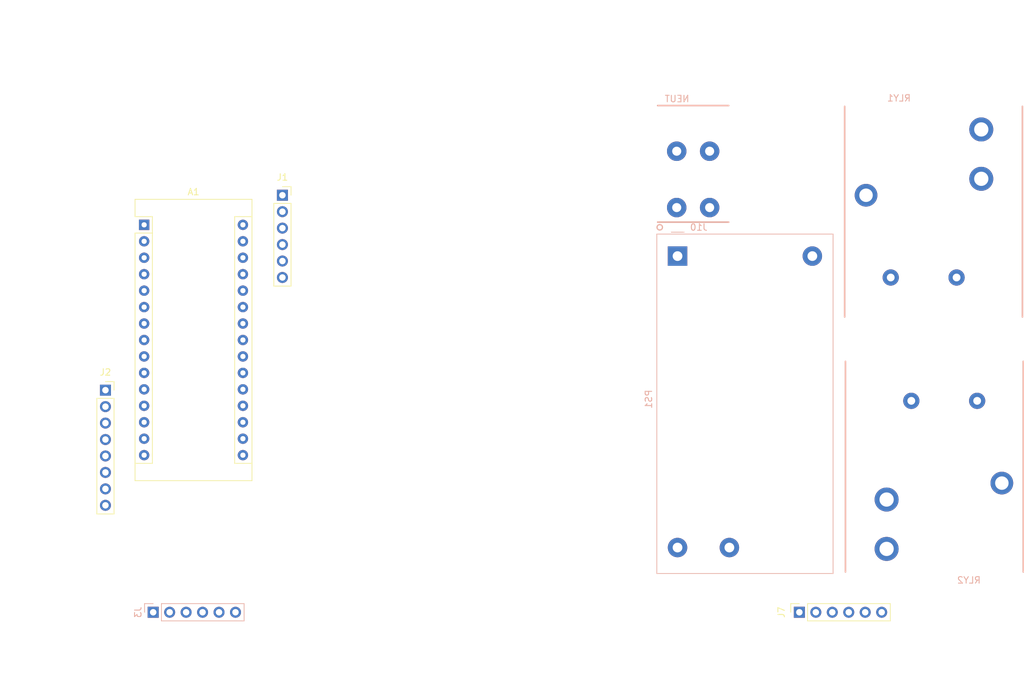
<source format=kicad_pcb>
(kicad_pcb (version 20171130) (host pcbnew "(5.1.5)-3")

  (general
    (thickness 1.6)
    (drawings 10)
    (tracks 0)
    (zones 0)
    (modules 9)
    (nets 47)
  )

  (page A4)
  (layers
    (0 F.Cu signal)
    (31 B.Cu signal)
    (32 B.Adhes user)
    (33 F.Adhes user)
    (34 B.Paste user)
    (35 F.Paste user)
    (36 B.SilkS user)
    (37 F.SilkS user)
    (38 B.Mask user)
    (39 F.Mask user)
    (40 Dwgs.User user)
    (41 Cmts.User user)
    (42 Eco1.User user)
    (43 Eco2.User user)
    (44 Edge.Cuts user)
    (45 Margin user)
    (46 B.CrtYd user)
    (47 F.CrtYd user)
    (48 B.Fab user)
    (49 F.Fab user)
  )

  (setup
    (last_trace_width 0.254)
    (trace_clearance 0.254)
    (zone_clearance 0.508)
    (zone_45_only no)
    (trace_min 0.1524)
    (via_size 0.762)
    (via_drill 0.381)
    (via_min_size 0.508)
    (via_min_drill 0.254)
    (uvia_size 0.762)
    (uvia_drill 0.381)
    (uvias_allowed no)
    (uvia_min_size 0.508)
    (uvia_min_drill 0.254)
    (edge_width 0.1)
    (segment_width 0.15)
    (pcb_text_width 0.3)
    (pcb_text_size 1.5 1.5)
    (mod_edge_width 0.15)
    (mod_text_size 1 1)
    (mod_text_width 0.15)
    (pad_size 1.524 1.524)
    (pad_drill 0.762)
    (pad_to_mask_clearance 0.0508)
    (solder_mask_min_width 0.101)
    (aux_axis_origin 0 0)
    (visible_elements 7FFFFFFF)
    (pcbplotparams
      (layerselection 0x010fc_ffffffff)
      (usegerberextensions false)
      (usegerberattributes false)
      (usegerberadvancedattributes false)
      (creategerberjobfile false)
      (excludeedgelayer true)
      (linewidth 0.100000)
      (plotframeref false)
      (viasonmask false)
      (mode 1)
      (useauxorigin false)
      (hpglpennumber 1)
      (hpglpenspeed 20)
      (hpglpendiameter 15.000000)
      (psnegative false)
      (psa4output false)
      (plotreference true)
      (plotvalue true)
      (plotinvisibletext false)
      (padsonsilk false)
      (subtractmaskfromsilk false)
      (outputformat 1)
      (mirror false)
      (drillshape 1)
      (scaleselection 1)
      (outputdirectory ""))
  )

  (net 0 "")
  (net 1 "Net-(A1-Pad1)")
  (net 2 +3V3)
  (net 3 "Net-(A1-Pad2)")
  (net 4 "Net-(A1-Pad18)")
  (net 5 "Net-(A1-Pad3)")
  (net 6 "Net-(A1-Pad19)")
  (net 7 GNDREF)
  (net 8 "Net-(A1-Pad20)")
  (net 9 /SCK)
  (net 10 "Net-(A1-Pad21)")
  (net 11 /MISO)
  (net 12 "Net-(A1-Pad22)")
  (net 13 /MOSI)
  (net 14 /SDA)
  (net 15 /SS)
  (net 16 /SCL)
  (net 17 "Net-(A1-Pad9)")
  (net 18 "Net-(A1-Pad25)")
  (net 19 "Net-(A1-Pad10)")
  (net 20 "Net-(A1-Pad26)")
  (net 21 "Net-(A1-Pad11)")
  (net 22 +5V)
  (net 23 "Net-(A1-Pad12)")
  (net 24 "Net-(A1-Pad28)")
  (net 25 "Net-(A1-Pad13)")
  (net 26 "Net-(A1-Pad14)")
  (net 27 /RelayPin)
  (net 28 "Net-(A1-Pad16)")
  (net 29 /32K)
  (net 30 /SQW)
  (net 31 /IRQ)
  (net 32 /RSTO)
  (net 33 "Net-(J3-Pad2)")
  (net 34 "Net-(J3-Pad3)")
  (net 35 "Net-(J3-Pad5)")
  (net 36 "Net-(J7-Pad5)")
  (net 37 "Net-(J7-Pad3)")
  (net 38 "Net-(J7-Pad2)")
  (net 39 "Net-(J10-Pad1)")
  (net 40 "Net-(J10-Pad2)")
  (net 41 "Net-(J6-Pad~)")
  (net 42 "Net-(J4-Pad~)")
  (net 43 "Net-(RLY1-Pad4)")
  (net 44 "Net-(RLY2-Pad4)")
  (net 45 "Net-(J8-Pad~)")
  (net 46 "Net-(J9-Pad~)")

  (net_class Default "This is the default net class."
    (clearance 0.254)
    (trace_width 0.254)
    (via_dia 0.762)
    (via_drill 0.381)
    (uvia_dia 0.762)
    (uvia_drill 0.381)
    (add_net +3V3)
    (add_net +5V)
    (add_net /32K)
    (add_net /IRQ)
    (add_net /MISO)
    (add_net /MOSI)
    (add_net /RSTO)
    (add_net /RelayPin)
    (add_net /SCK)
    (add_net /SCL)
    (add_net /SDA)
    (add_net /SQW)
    (add_net /SS)
    (add_net GNDREF)
    (add_net "Net-(A1-Pad1)")
    (add_net "Net-(A1-Pad10)")
    (add_net "Net-(A1-Pad11)")
    (add_net "Net-(A1-Pad12)")
    (add_net "Net-(A1-Pad13)")
    (add_net "Net-(A1-Pad14)")
    (add_net "Net-(A1-Pad16)")
    (add_net "Net-(A1-Pad18)")
    (add_net "Net-(A1-Pad19)")
    (add_net "Net-(A1-Pad2)")
    (add_net "Net-(A1-Pad20)")
    (add_net "Net-(A1-Pad21)")
    (add_net "Net-(A1-Pad22)")
    (add_net "Net-(A1-Pad25)")
    (add_net "Net-(A1-Pad26)")
    (add_net "Net-(A1-Pad28)")
    (add_net "Net-(A1-Pad3)")
    (add_net "Net-(A1-Pad9)")
    (add_net "Net-(J10-Pad1)")
    (add_net "Net-(J10-Pad2)")
    (add_net "Net-(J3-Pad2)")
    (add_net "Net-(J3-Pad3)")
    (add_net "Net-(J3-Pad5)")
    (add_net "Net-(J4-Pad~)")
    (add_net "Net-(J6-Pad~)")
    (add_net "Net-(J7-Pad2)")
    (add_net "Net-(J7-Pad3)")
    (add_net "Net-(J7-Pad5)")
    (add_net "Net-(J8-Pad~)")
    (add_net "Net-(J9-Pad~)")
    (add_net "Net-(RLY1-Pad4)")
    (add_net "Net-(RLY2-Pad4)")
  )

  (module Plug_Pass:TDPT_2P_5.08MM (layer B.Cu) (tedit 5E978719) (tstamp 5E97DC14)
    (at 156.845 83.566)
    (path /5E984D8C)
    (fp_text reference J10 (at 3.4036 3.048) (layer B.SilkS)
      (effects (font (size 1 1) (thickness 0.15)) (justify mirror))
    )
    (fp_text value TDPT-1017503 (at -4.0894 -7.6962 -90) (layer B.Fab)
      (effects (font (size 1 1) (thickness 0.15)) (justify mirror))
    )
    (fp_circle (center -2.6162 3.048) (end -2.2098 3.1496) (layer B.SilkS) (width 0.2))
    (fp_text user NEUT (at 0.0508 -16.7894) (layer B.SilkS)
      (effects (font (size 1 1) (thickness 0.15)) (justify mirror))
    )
    (fp_line (start -2.94 -15.75) (end 8.02 -15.75) (layer B.SilkS) (width 0.25))
    (fp_line (start -2.94 2.25) (end 8.02 2.25) (layer B.SilkS) (width 0.25))
    (fp_line (start -2.94 -15.75) (end 8.002 -15.75) (layer B.Fab) (width 0.12))
    (fp_line (start 8.02 2.25) (end 8.02 -15.75) (layer B.Fab) (width 0.12))
    (fp_line (start -2.94 2.25) (end 8.02 2.25) (layer B.Fab) (width 0.12))
    (fp_line (start -2.94 2.25) (end -2.94 -15.75) (layer B.Fab) (width 0.12))
    (pad 4 thru_hole circle (at 5.08 -8.7) (size 3 3) (drill 1.4) (layers *.Cu *.Mask))
    (pad 3 thru_hole circle (at 5.08 0) (size 3 3) (drill 1.4) (layers *.Cu *.Mask))
    (pad 2 thru_hole circle (at 0 -8.7) (size 3 3) (drill 1.4) (layers *.Cu *.Mask)
      (net 40 "Net-(J10-Pad2)"))
    (pad 1 thru_hole circle (at 0 0) (size 3 3) (drill 1.4) (layers *.Cu *.Mask)
      (net 39 "Net-(J10-Pad1)"))
  )

  (module Plug_Pass:Arduino_Nano_WithMountingHoles (layer F.Cu) (tedit 58ACAF99) (tstamp 5E97AAD2)
    (at 74.676 86.233)
    (descr "Arduino Nano, http://www.mouser.com/pdfdocs/Gravitech_Arduino_Nano3_0.pdf")
    (tags "Arduino Nano")
    (path /5E9A0BA3)
    (fp_text reference A1 (at 7.62 -5.08) (layer F.SilkS)
      (effects (font (size 1 1) (thickness 0.15)))
    )
    (fp_text value Arduino_Nano_v3.x (at 8.89 15.24 90) (layer F.Fab)
      (effects (font (size 1 1) (thickness 0.15)))
    )
    (fp_text user %R (at 6.35 16.51 90) (layer F.Fab)
      (effects (font (size 1 1) (thickness 0.15)))
    )
    (fp_line (start 1.27 1.27) (end 1.27 -1.27) (layer F.SilkS) (width 0.12))
    (fp_line (start 1.27 -1.27) (end -1.4 -1.27) (layer F.SilkS) (width 0.12))
    (fp_line (start -1.4 1.27) (end -1.4 39.5) (layer F.SilkS) (width 0.12))
    (fp_line (start -1.4 -3.94) (end -1.4 -1.27) (layer F.SilkS) (width 0.12))
    (fp_line (start 13.97 -1.27) (end 16.64 -1.27) (layer F.SilkS) (width 0.12))
    (fp_line (start 13.97 -1.27) (end 13.97 36.83) (layer F.SilkS) (width 0.12))
    (fp_line (start 13.97 36.83) (end 16.64 36.83) (layer F.SilkS) (width 0.12))
    (fp_line (start 1.27 1.27) (end -1.4 1.27) (layer F.SilkS) (width 0.12))
    (fp_line (start 1.27 1.27) (end 1.27 36.83) (layer F.SilkS) (width 0.12))
    (fp_line (start 1.27 36.83) (end -1.4 36.83) (layer F.SilkS) (width 0.12))
    (fp_line (start 3.81 31.75) (end 11.43 31.75) (layer F.Fab) (width 0.1))
    (fp_line (start 11.43 31.75) (end 11.43 41.91) (layer F.Fab) (width 0.1))
    (fp_line (start 11.43 41.91) (end 3.81 41.91) (layer F.Fab) (width 0.1))
    (fp_line (start 3.81 41.91) (end 3.81 31.75) (layer F.Fab) (width 0.1))
    (fp_line (start -1.4 39.5) (end 16.64 39.5) (layer F.SilkS) (width 0.12))
    (fp_line (start 16.64 39.5) (end 16.64 -3.94) (layer F.SilkS) (width 0.12))
    (fp_line (start 16.64 -3.94) (end -1.4 -3.94) (layer F.SilkS) (width 0.12))
    (fp_line (start 16.51 39.37) (end -1.27 39.37) (layer F.Fab) (width 0.1))
    (fp_line (start -1.27 39.37) (end -1.27 -2.54) (layer F.Fab) (width 0.1))
    (fp_line (start -1.27 -2.54) (end 0 -3.81) (layer F.Fab) (width 0.1))
    (fp_line (start 0 -3.81) (end 16.51 -3.81) (layer F.Fab) (width 0.1))
    (fp_line (start 16.51 -3.81) (end 16.51 39.37) (layer F.Fab) (width 0.1))
    (fp_line (start -1.53 -4.06) (end 16.75 -4.06) (layer F.CrtYd) (width 0.05))
    (fp_line (start -1.53 -4.06) (end -1.53 42.16) (layer F.CrtYd) (width 0.05))
    (fp_line (start 16.75 42.16) (end 16.75 -4.06) (layer F.CrtYd) (width 0.05))
    (fp_line (start 16.75 42.16) (end -1.53 42.16) (layer F.CrtYd) (width 0.05))
    (pad 1 thru_hole rect (at 0 0) (size 1.6 1.6) (drill 0.8) (layers *.Cu *.Mask)
      (net 1 "Net-(A1-Pad1)"))
    (pad 17 thru_hole oval (at 15.24 33.02) (size 1.6 1.6) (drill 0.8) (layers *.Cu *.Mask)
      (net 2 +3V3))
    (pad 2 thru_hole oval (at 0 2.54) (size 1.6 1.6) (drill 0.8) (layers *.Cu *.Mask)
      (net 3 "Net-(A1-Pad2)"))
    (pad 18 thru_hole oval (at 15.24 30.48) (size 1.6 1.6) (drill 0.8) (layers *.Cu *.Mask)
      (net 4 "Net-(A1-Pad18)"))
    (pad 3 thru_hole oval (at 0 5.08) (size 1.6 1.6) (drill 0.8) (layers *.Cu *.Mask)
      (net 5 "Net-(A1-Pad3)"))
    (pad 19 thru_hole oval (at 15.24 27.94) (size 1.6 1.6) (drill 0.8) (layers *.Cu *.Mask)
      (net 6 "Net-(A1-Pad19)"))
    (pad 4 thru_hole oval (at 0 7.62) (size 1.6 1.6) (drill 0.8) (layers *.Cu *.Mask)
      (net 7 GNDREF))
    (pad 20 thru_hole oval (at 15.24 25.4) (size 1.6 1.6) (drill 0.8) (layers *.Cu *.Mask)
      (net 8 "Net-(A1-Pad20)"))
    (pad 5 thru_hole oval (at 0 10.16) (size 1.6 1.6) (drill 0.8) (layers *.Cu *.Mask)
      (net 9 /SCK))
    (pad 21 thru_hole oval (at 15.24 22.86) (size 1.6 1.6) (drill 0.8) (layers *.Cu *.Mask)
      (net 10 "Net-(A1-Pad21)"))
    (pad 6 thru_hole oval (at 0 12.7) (size 1.6 1.6) (drill 0.8) (layers *.Cu *.Mask)
      (net 11 /MISO))
    (pad 22 thru_hole oval (at 15.24 20.32) (size 1.6 1.6) (drill 0.8) (layers *.Cu *.Mask)
      (net 12 "Net-(A1-Pad22)"))
    (pad 7 thru_hole oval (at 0 15.24) (size 1.6 1.6) (drill 0.8) (layers *.Cu *.Mask)
      (net 13 /MOSI))
    (pad 23 thru_hole oval (at 15.24 17.78) (size 1.6 1.6) (drill 0.8) (layers *.Cu *.Mask)
      (net 14 /SDA))
    (pad 8 thru_hole oval (at 0 17.78) (size 1.6 1.6) (drill 0.8) (layers *.Cu *.Mask)
      (net 15 /SS))
    (pad 24 thru_hole oval (at 15.24 15.24) (size 1.6 1.6) (drill 0.8) (layers *.Cu *.Mask)
      (net 16 /SCL))
    (pad 9 thru_hole oval (at 0 20.32) (size 1.6 1.6) (drill 0.8) (layers *.Cu *.Mask)
      (net 17 "Net-(A1-Pad9)"))
    (pad 25 thru_hole oval (at 15.24 12.7) (size 1.6 1.6) (drill 0.8) (layers *.Cu *.Mask)
      (net 18 "Net-(A1-Pad25)"))
    (pad 10 thru_hole oval (at 0 22.86) (size 1.6 1.6) (drill 0.8) (layers *.Cu *.Mask)
      (net 19 "Net-(A1-Pad10)"))
    (pad 26 thru_hole oval (at 15.24 10.16) (size 1.6 1.6) (drill 0.8) (layers *.Cu *.Mask)
      (net 20 "Net-(A1-Pad26)"))
    (pad 11 thru_hole oval (at 0 25.4) (size 1.6 1.6) (drill 0.8) (layers *.Cu *.Mask)
      (net 21 "Net-(A1-Pad11)"))
    (pad 27 thru_hole oval (at 15.24 7.62) (size 1.6 1.6) (drill 0.8) (layers *.Cu *.Mask)
      (net 22 +5V))
    (pad 12 thru_hole oval (at 0 27.94) (size 1.6 1.6) (drill 0.8) (layers *.Cu *.Mask)
      (net 23 "Net-(A1-Pad12)"))
    (pad 28 thru_hole oval (at 15.24 5.08) (size 1.6 1.6) (drill 0.8) (layers *.Cu *.Mask)
      (net 24 "Net-(A1-Pad28)"))
    (pad 13 thru_hole oval (at 0 30.48) (size 1.6 1.6) (drill 0.8) (layers *.Cu *.Mask)
      (net 25 "Net-(A1-Pad13)"))
    (pad 29 thru_hole oval (at 15.24 2.54) (size 1.6 1.6) (drill 0.8) (layers *.Cu *.Mask)
      (net 7 GNDREF))
    (pad 14 thru_hole oval (at 0 33.02) (size 1.6 1.6) (drill 0.8) (layers *.Cu *.Mask)
      (net 26 "Net-(A1-Pad14)"))
    (pad 30 thru_hole oval (at 15.24 0) (size 1.6 1.6) (drill 0.8) (layers *.Cu *.Mask)
      (net 22 +5V))
    (pad 15 thru_hole oval (at 0 35.56) (size 1.6 1.6) (drill 0.8) (layers *.Cu *.Mask)
      (net 27 /RelayPin))
    (pad 16 thru_hole oval (at 15.24 35.56) (size 1.6 1.6) (drill 0.8) (layers *.Cu *.Mask)
      (net 28 "Net-(A1-Pad16)"))
    (pad "" np_thru_hole circle (at 0 -2.54) (size 1.78 1.78) (drill 1.78) (layers *.Cu *.Mask))
    (pad "" np_thru_hole circle (at 15.24 -2.54) (size 1.78 1.78) (drill 1.78) (layers *.Cu *.Mask))
    (pad "" np_thru_hole circle (at 15.24 38.1) (size 1.78 1.78) (drill 1.78) (layers *.Cu *.Mask))
    (pad "" np_thru_hole circle (at 0 38.1) (size 1.78 1.78) (drill 1.78) (layers *.Cu *.Mask))
    (model ${KISYS3DMOD}/Module.3dshapes/Arduino_Nano_WithMountingHoles.wrl
      (at (xyz 0 0 0))
      (scale (xyz 1 1 1))
      (rotate (xyz 0 0 0))
    )
  )

  (module Plug_Pass:PinSocket_1x06_P2.54mm_Vertical (layer F.Cu) (tedit 5A19A430) (tstamp 5E97A74C)
    (at 96.012 81.661)
    (descr "Through hole straight socket strip, 1x06, 2.54mm pitch, single row (from Kicad 4.0.7), script generated")
    (tags "Through hole socket strip THT 1x06 2.54mm single row")
    (path /5E94C5A7)
    (fp_text reference J1 (at 0 -2.77) (layer F.SilkS)
      (effects (font (size 1 1) (thickness 0.15)))
    )
    (fp_text value Conn_01x06 (at 0 15.47) (layer F.Fab)
      (effects (font (size 1 1) (thickness 0.15)))
    )
    (fp_line (start -1.27 -1.27) (end 0.635 -1.27) (layer F.Fab) (width 0.1))
    (fp_line (start 0.635 -1.27) (end 1.27 -0.635) (layer F.Fab) (width 0.1))
    (fp_line (start 1.27 -0.635) (end 1.27 13.97) (layer F.Fab) (width 0.1))
    (fp_line (start 1.27 13.97) (end -1.27 13.97) (layer F.Fab) (width 0.1))
    (fp_line (start -1.27 13.97) (end -1.27 -1.27) (layer F.Fab) (width 0.1))
    (fp_line (start -1.33 1.27) (end 1.33 1.27) (layer F.SilkS) (width 0.12))
    (fp_line (start -1.33 1.27) (end -1.33 14.03) (layer F.SilkS) (width 0.12))
    (fp_line (start -1.33 14.03) (end 1.33 14.03) (layer F.SilkS) (width 0.12))
    (fp_line (start 1.33 1.27) (end 1.33 14.03) (layer F.SilkS) (width 0.12))
    (fp_line (start 1.33 -1.33) (end 1.33 0) (layer F.SilkS) (width 0.12))
    (fp_line (start 0 -1.33) (end 1.33 -1.33) (layer F.SilkS) (width 0.12))
    (fp_line (start -1.8 -1.8) (end 1.75 -1.8) (layer F.CrtYd) (width 0.05))
    (fp_line (start 1.75 -1.8) (end 1.75 14.45) (layer F.CrtYd) (width 0.05))
    (fp_line (start 1.75 14.45) (end -1.8 14.45) (layer F.CrtYd) (width 0.05))
    (fp_line (start -1.8 14.45) (end -1.8 -1.8) (layer F.CrtYd) (width 0.05))
    (fp_text user %R (at 0 6.35 90) (layer F.Fab)
      (effects (font (size 1 1) (thickness 0.15)))
    )
    (pad 1 thru_hole rect (at 0 0) (size 1.7 1.7) (drill 1) (layers *.Cu *.Mask)
      (net 29 /32K))
    (pad 2 thru_hole oval (at 0 2.54) (size 1.7 1.7) (drill 1) (layers *.Cu *.Mask)
      (net 30 /SQW))
    (pad 3 thru_hole oval (at 0 5.08) (size 1.7 1.7) (drill 1) (layers *.Cu *.Mask)
      (net 16 /SCL))
    (pad 4 thru_hole oval (at 0 7.62) (size 1.7 1.7) (drill 1) (layers *.Cu *.Mask)
      (net 14 /SDA))
    (pad 5 thru_hole oval (at 0 10.16) (size 1.7 1.7) (drill 1) (layers *.Cu *.Mask)
      (net 22 +5V))
    (pad 6 thru_hole oval (at 0 12.7) (size 1.7 1.7) (drill 1) (layers *.Cu *.Mask)
      (net 7 GNDREF))
    (model ${KISYS3DMOD}/Connector_PinSocket_2.54mm.3dshapes/PinSocket_1x06_P2.54mm_Vertical.wrl
      (at (xyz 0 0 0))
      (scale (xyz 1 1 1))
      (rotate (xyz 0 0 0))
    )
  )

  (module Plug_Pass:PinSocket_1x08_P2.54mm_Vertical (layer F.Cu) (tedit 5A19A420) (tstamp 5E97A768)
    (at 68.707 111.76)
    (descr "Through hole straight socket strip, 1x08, 2.54mm pitch, single row (from Kicad 4.0.7), script generated")
    (tags "Through hole socket strip THT 1x08 2.54mm single row")
    (path /5E971DCA)
    (fp_text reference J2 (at 0 -2.77) (layer F.SilkS)
      (effects (font (size 1 1) (thickness 0.15)))
    )
    (fp_text value Conn_01x08 (at 0 20.55) (layer F.Fab)
      (effects (font (size 1 1) (thickness 0.15)))
    )
    (fp_line (start -1.27 -1.27) (end 0.635 -1.27) (layer F.Fab) (width 0.1))
    (fp_line (start 0.635 -1.27) (end 1.27 -0.635) (layer F.Fab) (width 0.1))
    (fp_line (start 1.27 -0.635) (end 1.27 19.05) (layer F.Fab) (width 0.1))
    (fp_line (start 1.27 19.05) (end -1.27 19.05) (layer F.Fab) (width 0.1))
    (fp_line (start -1.27 19.05) (end -1.27 -1.27) (layer F.Fab) (width 0.1))
    (fp_line (start -1.33 1.27) (end 1.33 1.27) (layer F.SilkS) (width 0.12))
    (fp_line (start -1.33 1.27) (end -1.33 19.11) (layer F.SilkS) (width 0.12))
    (fp_line (start -1.33 19.11) (end 1.33 19.11) (layer F.SilkS) (width 0.12))
    (fp_line (start 1.33 1.27) (end 1.33 19.11) (layer F.SilkS) (width 0.12))
    (fp_line (start 1.33 -1.33) (end 1.33 0) (layer F.SilkS) (width 0.12))
    (fp_line (start 0 -1.33) (end 1.33 -1.33) (layer F.SilkS) (width 0.12))
    (fp_line (start -1.8 -1.8) (end 1.75 -1.8) (layer F.CrtYd) (width 0.05))
    (fp_line (start 1.75 -1.8) (end 1.75 19.55) (layer F.CrtYd) (width 0.05))
    (fp_line (start 1.75 19.55) (end -1.8 19.55) (layer F.CrtYd) (width 0.05))
    (fp_line (start -1.8 19.55) (end -1.8 -1.8) (layer F.CrtYd) (width 0.05))
    (fp_text user %R (at 0 8.89 90) (layer F.Fab)
      (effects (font (size 1 1) (thickness 0.15)))
    )
    (pad 1 thru_hole rect (at 0 0) (size 1.7 1.7) (drill 1) (layers *.Cu *.Mask)
      (net 9 /SCK))
    (pad 2 thru_hole oval (at 0 2.54) (size 1.7 1.7) (drill 1) (layers *.Cu *.Mask)
      (net 11 /MISO))
    (pad 3 thru_hole oval (at 0 5.08) (size 1.7 1.7) (drill 1) (layers *.Cu *.Mask)
      (net 13 /MOSI))
    (pad 4 thru_hole oval (at 0 7.62) (size 1.7 1.7) (drill 1) (layers *.Cu *.Mask)
      (net 15 /SS))
    (pad 5 thru_hole oval (at 0 10.16) (size 1.7 1.7) (drill 1) (layers *.Cu *.Mask)
      (net 22 +5V))
    (pad 6 thru_hole oval (at 0 12.7) (size 1.7 1.7) (drill 1) (layers *.Cu *.Mask)
      (net 7 GNDREF))
    (pad 7 thru_hole oval (at 0 15.24) (size 1.7 1.7) (drill 1) (layers *.Cu *.Mask)
      (net 31 /IRQ))
    (pad 8 thru_hole oval (at 0 17.78) (size 1.7 1.7) (drill 1) (layers *.Cu *.Mask)
      (net 32 /RSTO))
    (model ${KISYS3DMOD}/Connector_PinSocket_2.54mm.3dshapes/PinSocket_1x08_P2.54mm_Vertical.wrl
      (at (xyz 0 0 0))
      (scale (xyz 1 1 1))
      (rotate (xyz 0 0 0))
    )
  )

  (module Plug_Pass:PinHeader_1x06_P2.54mm_Vertical (layer B.Cu) (tedit 59FED5CC) (tstamp 5E97A782)
    (at 76.073 146.05 270)
    (descr "Through hole straight pin header, 1x06, 2.54mm pitch, single row")
    (tags "Through hole pin header THT 1x06 2.54mm single row")
    (path /5EB180BD)
    (fp_text reference J3 (at 0 2.33 270) (layer B.SilkS)
      (effects (font (size 1 1) (thickness 0.15)) (justify mirror))
    )
    (fp_text value Conn_01x06 (at 0 -15.03 270) (layer B.Fab)
      (effects (font (size 1 1) (thickness 0.15)) (justify mirror))
    )
    (fp_line (start -0.635 1.27) (end 1.27 1.27) (layer B.Fab) (width 0.1))
    (fp_line (start 1.27 1.27) (end 1.27 -13.97) (layer B.Fab) (width 0.1))
    (fp_line (start 1.27 -13.97) (end -1.27 -13.97) (layer B.Fab) (width 0.1))
    (fp_line (start -1.27 -13.97) (end -1.27 0.635) (layer B.Fab) (width 0.1))
    (fp_line (start -1.27 0.635) (end -0.635 1.27) (layer B.Fab) (width 0.1))
    (fp_line (start -1.33 -14.03) (end 1.33 -14.03) (layer B.SilkS) (width 0.12))
    (fp_line (start -1.33 -1.27) (end -1.33 -14.03) (layer B.SilkS) (width 0.12))
    (fp_line (start 1.33 -1.27) (end 1.33 -14.03) (layer B.SilkS) (width 0.12))
    (fp_line (start -1.33 -1.27) (end 1.33 -1.27) (layer B.SilkS) (width 0.12))
    (fp_line (start -1.33 0) (end -1.33 1.33) (layer B.SilkS) (width 0.12))
    (fp_line (start -1.33 1.33) (end 0 1.33) (layer B.SilkS) (width 0.12))
    (fp_line (start -1.8 1.8) (end -1.8 -14.5) (layer B.CrtYd) (width 0.05))
    (fp_line (start -1.8 -14.5) (end 1.8 -14.5) (layer B.CrtYd) (width 0.05))
    (fp_line (start 1.8 -14.5) (end 1.8 1.8) (layer B.CrtYd) (width 0.05))
    (fp_line (start 1.8 1.8) (end -1.8 1.8) (layer B.CrtYd) (width 0.05))
    (fp_text user %R (at 0 -6.35) (layer B.Fab)
      (effects (font (size 1 1) (thickness 0.15)) (justify mirror))
    )
    (pad 1 thru_hole rect (at 0 0 270) (size 1.7 1.7) (drill 1) (layers *.Cu *.Mask)
      (net 27 /RelayPin))
    (pad 2 thru_hole oval (at 0 -2.54 270) (size 1.7 1.7) (drill 1) (layers *.Cu *.Mask)
      (net 33 "Net-(J3-Pad2)"))
    (pad 3 thru_hole oval (at 0 -5.08 270) (size 1.7 1.7) (drill 1) (layers *.Cu *.Mask)
      (net 34 "Net-(J3-Pad3)"))
    (pad 4 thru_hole oval (at 0 -7.62 270) (size 1.7 1.7) (drill 1) (layers *.Cu *.Mask)
      (net 22 +5V))
    (pad 5 thru_hole oval (at 0 -10.16 270) (size 1.7 1.7) (drill 1) (layers *.Cu *.Mask)
      (net 35 "Net-(J3-Pad5)"))
    (pad 6 thru_hole oval (at 0 -12.7 270) (size 1.7 1.7) (drill 1) (layers *.Cu *.Mask)
      (net 7 GNDREF))
    (model ${KISYS3DMOD}/Connector_PinHeader_2.54mm.3dshapes/PinHeader_1x06_P2.54mm_Vertical.wrl
      (at (xyz 0 0 0))
      (scale (xyz 1 1 1))
      (rotate (xyz 0 0 0))
    )
  )

  (module Plug_Pass:PinSocket_1x06_P2.54mm_Vertical (layer F.Cu) (tedit 5A19A430) (tstamp 5E97A79C)
    (at 175.768 146.05 90)
    (descr "Through hole straight socket strip, 1x06, 2.54mm pitch, single row (from Kicad 4.0.7), script generated")
    (tags "Through hole socket strip THT 1x06 2.54mm single row")
    (path /5EA5F967)
    (fp_text reference J7 (at 0 -2.77 90) (layer F.SilkS)
      (effects (font (size 1 1) (thickness 0.15)))
    )
    (fp_text value Conn_01x06 (at 0 15.47 90) (layer F.Fab)
      (effects (font (size 1 1) (thickness 0.15)))
    )
    (fp_text user %R (at -2.286 6.35) (layer F.Fab)
      (effects (font (size 1 1) (thickness 0.15)))
    )
    (fp_line (start -1.8 14.45) (end -1.8 -1.8) (layer F.CrtYd) (width 0.05))
    (fp_line (start 1.75 14.45) (end -1.8 14.45) (layer F.CrtYd) (width 0.05))
    (fp_line (start 1.75 -1.8) (end 1.75 14.45) (layer F.CrtYd) (width 0.05))
    (fp_line (start -1.8 -1.8) (end 1.75 -1.8) (layer F.CrtYd) (width 0.05))
    (fp_line (start 0 -1.33) (end 1.33 -1.33) (layer F.SilkS) (width 0.12))
    (fp_line (start 1.33 -1.33) (end 1.33 0) (layer F.SilkS) (width 0.12))
    (fp_line (start 1.33 1.27) (end 1.33 14.03) (layer F.SilkS) (width 0.12))
    (fp_line (start -1.33 14.03) (end 1.33 14.03) (layer F.SilkS) (width 0.12))
    (fp_line (start -1.33 1.27) (end -1.33 14.03) (layer F.SilkS) (width 0.12))
    (fp_line (start -1.33 1.27) (end 1.33 1.27) (layer F.SilkS) (width 0.12))
    (fp_line (start -1.27 13.97) (end -1.27 -1.27) (layer F.Fab) (width 0.1))
    (fp_line (start 1.27 13.97) (end -1.27 13.97) (layer F.Fab) (width 0.1))
    (fp_line (start 1.27 -0.635) (end 1.27 13.97) (layer F.Fab) (width 0.1))
    (fp_line (start 0.635 -1.27) (end 1.27 -0.635) (layer F.Fab) (width 0.1))
    (fp_line (start -1.27 -1.27) (end 0.635 -1.27) (layer F.Fab) (width 0.1))
    (pad 6 thru_hole oval (at 0 12.7 90) (size 1.7 1.7) (drill 1) (layers *.Cu *.Mask)
      (net 7 GNDREF))
    (pad 5 thru_hole oval (at 0 10.16 90) (size 1.7 1.7) (drill 1) (layers *.Cu *.Mask)
      (net 36 "Net-(J7-Pad5)"))
    (pad 4 thru_hole oval (at 0 7.62 90) (size 1.7 1.7) (drill 1) (layers *.Cu *.Mask)
      (net 22 +5V))
    (pad 3 thru_hole oval (at 0 5.08 90) (size 1.7 1.7) (drill 1) (layers *.Cu *.Mask)
      (net 37 "Net-(J7-Pad3)"))
    (pad 2 thru_hole oval (at 0 2.54 90) (size 1.7 1.7) (drill 1) (layers *.Cu *.Mask)
      (net 38 "Net-(J7-Pad2)"))
    (pad 1 thru_hole rect (at 0 0 90) (size 1.7 1.7) (drill 1) (layers *.Cu *.Mask)
      (net 27 /RelayPin))
    (model ${KISYS3DMOD}/Connector_PinSocket_2.54mm.3dshapes/PinSocket_1x06_P2.54mm_Vertical.wrl
      (at (xyz 0 0 0))
      (scale (xyz 1 1 1))
      (rotate (xyz 0 0 0))
    )
  )

  (module Plug_Pass:Converter_ACDC_MeanWell_IRM-15-5_THT (layer B.Cu) (tedit 5E971B11) (tstamp 5E97A7C9)
    (at 156.972 91.059 270)
    (descr https://www.digikey.com/product-detail/en/mean-well-usa-inc/IRM-15-5/1866-3037-ND/7704662)
    (tags "ACDC-Converter 15W   Meanwell IRM-15")
    (path /5E90266B)
    (fp_text reference PS1 (at 22.098 4.445 270) (layer B.SilkS)
      (effects (font (size 1 1) (thickness 0.15)) (justify mirror))
    )
    (fp_text value IRM-15-5 (at 21 -26.67 270) (layer B.Fab)
      (effects (font (size 1 1) (thickness 0.15)) (justify mirror))
    )
    (fp_line (start -3.6952 0.9746) (end -3.6952 -1.0254) (layer B.SilkS) (width 0.12))
    (fp_line (start 49 3.2) (end 49 -24) (layer B.SilkS) (width 0.12))
    (fp_line (start -3.4 3.2) (end 49 3.2) (layer B.SilkS) (width 0.12))
    (fp_line (start -3.4 -24) (end 49 -24) (layer B.Fab) (width 0.1))
    (fp_line (start 49 3.2) (end -3.4 3.2) (layer B.Fab) (width 0.1))
    (fp_line (start -3.4 3.2) (end -3.4 -24) (layer B.CrtYd) (width 0.05))
    (fp_text user %R (at 22.42 -0.48 270) (layer B.Fab)
      (effects (font (size 1 1) (thickness 0.15)) (justify mirror))
    )
    (fp_line (start -3.4 3.2) (end -3.4 -24) (layer B.Fab) (width 0.1))
    (fp_line (start -3.4 -24) (end 49 -24) (layer B.SilkS) (width 0.12))
    (fp_line (start -3.4 3.2) (end -3.4 -24) (layer B.SilkS) (width 0.12))
    (fp_line (start 49 3.2) (end 49 -24) (layer B.Fab) (width 0.1))
    (fp_line (start -3.4 -24) (end 49 -24) (layer B.CrtYd) (width 0.05))
    (fp_line (start -3.4 3.2) (end 49 3.2) (layer B.CrtYd) (width 0.05))
    (fp_line (start 49 3.2) (end 49 -24) (layer B.CrtYd) (width 0.05))
    (fp_line (start -3.2952 0.9746) (end -2.2952 -0.0254) (layer B.Fab) (width 0.1))
    (fp_line (start -3.2952 -1.0254) (end -2.2952 -0.0254) (layer B.Fab) (width 0.1))
    (pad 3 thru_hole circle (at 45 -8 270) (size 3 3) (drill 1.5) (layers *.Cu *.Mask)
      (net 7 GNDREF))
    (pad 2 thru_hole circle (at 0 -20.8 270) (size 3 3) (drill 1.5) (layers *.Cu *.Mask)
      (net 46 "Net-(J9-Pad~)"))
    (pad 4 thru_hole circle (at 45 0 270) (size 3 3) (drill 1.5) (layers *.Cu *.Mask)
      (net 22 +5V))
    (pad 1 thru_hole rect (at 0 0 270) (size 3 3) (drill 1.5) (layers *.Cu *.Mask)
      (net 39 "Net-(J10-Pad1)"))
    (model ${KISYS3DMOD}/Converter_ACDC.3dshapes/Converter_ACDC_MeanWell-IRM-10-xx_THT.wrl
      (at (xyz 0 0 0))
      (scale (xyz 1 1 1))
      (rotate (xyz 0 0 0))
    )
  )

  (module Plug_Pass:RLY-T9AS5D22-5 (layer B.Cu) (tedit 5E964DA3) (tstamp 5E97A7D8)
    (at 182.88 139.827)
    (path /5E98DD8A)
    (fp_text reference RLY2 (at 19.05 1.27) (layer B.SilkS)
      (effects (font (size 1 1) (thickness 0.15)) (justify mirror))
    )
    (fp_text value T95S5D22-5 (at 19.05 -38.1) (layer B.Fab)
      (effects (font (size 1 1) (thickness 0.15)) (justify mirror))
    )
    (fp_line (start 27.43 0) (end 27.43 -32.51) (layer B.SilkS) (width 0.25))
    (fp_line (start 0 0) (end 0 -32.51) (layer B.SilkS) (width 0.25))
    (fp_line (start 0 -32.51) (end 27.43 -32.51) (layer B.Fab) (width 0.12))
    (fp_line (start 0 0) (end 27.43 0) (layer B.Fab) (width 0.12))
    (fp_line (start 27.43 0) (end 27.43 -32.51) (layer B.Fab) (width 0.12))
    (fp_line (start 0 0) (end 0 -32.51) (layer B.Fab) (width 0.12))
    (pad 5 thru_hole circle (at 20.32 -26.42) (size 2.5 2.5) (drill 1.2) (layers *.Cu *.Mask)
      (net 27 /RelayPin))
    (pad 2 thru_hole circle (at 10.16 -26.42) (size 2.5 2.5) (drill 1.2) (layers *.Cu *.Mask)
      (net 7 GNDREF))
    (pad 1 thru_hole circle (at 24.13 -13.72) (size 3.5 3.5) (drill 2.08) (layers *.Cu *.Mask)
      (net 41 "Net-(J6-Pad~)"))
    (pad 3 thru_hole circle (at 6.35 -11.18) (size 3.7 3.7) (drill 2.2) (layers *.Cu *.Mask)
      (net 42 "Net-(J4-Pad~)"))
    (pad 4 thru_hole circle (at 6.35 -3.56) (size 3.7 3.7) (drill 2.2) (layers *.Cu *.Mask)
      (net 44 "Net-(RLY2-Pad4)"))
  )

  (module Plug_Pass:RLY-T9AS5D22-5 (layer B.Cu) (tedit 5E964DA3) (tstamp 5E97DDE1)
    (at 210.185 67.945 180)
    (path /5E903161)
    (fp_text reference RLY1 (at 19.05 1.27) (layer B.SilkS)
      (effects (font (size 1 1) (thickness 0.15)) (justify mirror))
    )
    (fp_text value T95S5D22-5 (at 19.05 -38.1) (layer B.Fab)
      (effects (font (size 1 1) (thickness 0.15)) (justify mirror))
    )
    (fp_line (start 0 0) (end 0 -32.51) (layer B.Fab) (width 0.12))
    (fp_line (start 27.43 0) (end 27.43 -32.51) (layer B.Fab) (width 0.12))
    (fp_line (start 0 0) (end 27.43 0) (layer B.Fab) (width 0.12))
    (fp_line (start 0 -32.51) (end 27.43 -32.51) (layer B.Fab) (width 0.12))
    (fp_line (start 0 0) (end 0 -32.51) (layer B.SilkS) (width 0.25))
    (fp_line (start 27.43 0) (end 27.43 -32.51) (layer B.SilkS) (width 0.25))
    (pad 4 thru_hole circle (at 6.35 -3.56 180) (size 3.7 3.7) (drill 2.2) (layers *.Cu *.Mask)
      (net 43 "Net-(RLY1-Pad4)"))
    (pad 3 thru_hole circle (at 6.35 -11.18 180) (size 3.7 3.7) (drill 2.2) (layers *.Cu *.Mask)
      (net 45 "Net-(J8-Pad~)"))
    (pad 1 thru_hole circle (at 24.13 -13.72 180) (size 3.5 3.5) (drill 2.08) (layers *.Cu *.Mask)
      (net 46 "Net-(J9-Pad~)"))
    (pad 2 thru_hole circle (at 10.16 -26.42 180) (size 2.5 2.5) (drill 1.2) (layers *.Cu *.Mask)
      (net 7 GNDREF))
    (pad 5 thru_hole circle (at 20.32 -26.42 180) (size 2.5 2.5) (drill 1.2) (layers *.Cu *.Mask)
      (net 27 /RelayPin))
  )

  (dimension 15.875 (width 0.15) (layer Cmts.User)
    (gr_text "0.6250 in" (at 59.279 147.6375 90) (layer Cmts.User)
      (effects (font (size 1 1) (thickness 0.15)))
    )
    (feature1 (pts (xy 82.55 139.7) (xy 59.992579 139.7)))
    (feature2 (pts (xy 82.55 155.575) (xy 59.992579 155.575)))
    (crossbar (pts (xy 60.579 155.575) (xy 60.579 139.7)))
    (arrow1a (pts (xy 60.579 139.7) (xy 61.165421 140.826504)))
    (arrow1b (pts (xy 60.579 139.7) (xy 59.992579 140.826504)))
    (arrow2a (pts (xy 60.579 155.575) (xy 61.165421 154.448496)))
    (arrow2b (pts (xy 60.579 155.575) (xy 59.992579 154.448496)))
  )
  (dimension 101.6 (width 0.15) (layer Cmts.User)
    (gr_text "4.0000 in" (at 56.104 104.775 90) (layer Cmts.User)
      (effects (font (size 1 1) (thickness 0.15)))
    )
    (feature1 (pts (xy 82.55 53.975) (xy 56.817579 53.975)))
    (feature2 (pts (xy 82.55 155.575) (xy 56.817579 155.575)))
    (crossbar (pts (xy 57.404 155.575) (xy 57.404 53.975)))
    (arrow1a (pts (xy 57.404 53.975) (xy 57.990421 55.101504)))
    (arrow1b (pts (xy 57.404 53.975) (xy 56.817579 55.101504)))
    (arrow2a (pts (xy 57.404 155.575) (xy 57.990421 154.448496)))
    (arrow2b (pts (xy 57.404 155.575) (xy 56.817579 154.448496)))
  )
  (dimension 38.1 (width 0.15) (layer Cmts.User)
    (gr_text "1.5000 in" (at 82.55 143.667) (layer Cmts.User)
      (effects (font (size 1 1) (thickness 0.15)))
    )
    (feature1 (pts (xy 63.5 139.7) (xy 63.5 142.953421)))
    (feature2 (pts (xy 101.6 139.7) (xy 101.6 142.953421)))
    (crossbar (pts (xy 101.6 142.367) (xy 63.5 142.367)))
    (arrow1a (pts (xy 63.5 142.367) (xy 64.626504 141.780579)))
    (arrow1b (pts (xy 63.5 142.367) (xy 64.626504 142.953421)))
    (arrow2a (pts (xy 101.6 142.367) (xy 100.473496 141.780579)))
    (arrow2b (pts (xy 101.6 142.367) (xy 100.473496 142.953421)))
  )
  (dimension 69.85 (width 0.15) (layer Cmts.User)
    (gr_text "2.7500 in" (at 109.504 104.775 270) (layer Cmts.User)
      (effects (font (size 1 1) (thickness 0.15)))
    )
    (feature1 (pts (xy 101.6 139.7) (xy 108.790421 139.7)))
    (feature2 (pts (xy 101.6 69.85) (xy 108.790421 69.85)))
    (crossbar (pts (xy 108.204 69.85) (xy 108.204 139.7)))
    (arrow1a (pts (xy 108.204 139.7) (xy 107.617579 138.573496)))
    (arrow1b (pts (xy 108.204 139.7) (xy 108.790421 138.573496)))
    (arrow2a (pts (xy 108.204 69.85) (xy 107.617579 70.976504)))
    (arrow2b (pts (xy 108.204 69.85) (xy 108.790421 70.976504)))
  )
  (gr_circle (center 82.55 53.975) (end 84.93125 53.975) (layer Cmts.User) (width 0.15))
  (gr_circle (center 82.55 155.575) (end 84.93125 155.575) (layer Cmts.User) (width 0.15))
  (gr_line (start 63.5 69.85) (end 101.6 69.85) (layer Cmts.User) (width 0.15) (tstamp 5E97AB59))
  (gr_line (start 101.6 69.85) (end 101.6 139.7) (layer Cmts.User) (width 0.15))
  (gr_line (start 63.5 139.7) (end 101.6 139.7) (layer Cmts.User) (width 0.15))
  (gr_line (start 63.5 69.85) (end 63.5 139.7) (layer Cmts.User) (width 0.15))

)

</source>
